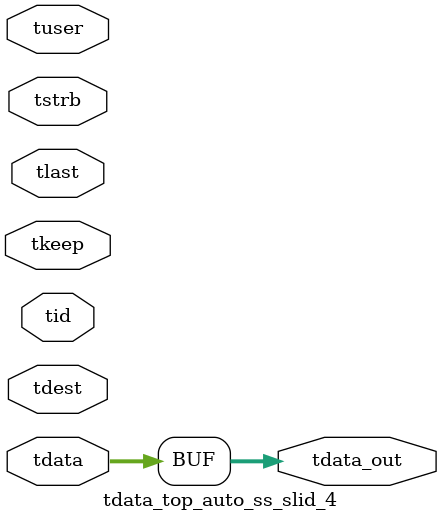
<source format=v>


`timescale 1ps/1ps

module tdata_top_auto_ss_slid_4 #
(
parameter C_S_AXIS_TDATA_WIDTH = 32,
parameter C_S_AXIS_TUSER_WIDTH = 0,
parameter C_S_AXIS_TID_WIDTH   = 0,
parameter C_S_AXIS_TDEST_WIDTH = 0,
parameter C_M_AXIS_TDATA_WIDTH = 32
)
(
input  [(C_S_AXIS_TDATA_WIDTH == 0 ? 1 : C_S_AXIS_TDATA_WIDTH)-1:0     ] tdata,
input  [(C_S_AXIS_TUSER_WIDTH == 0 ? 1 : C_S_AXIS_TUSER_WIDTH)-1:0     ] tuser,
input  [(C_S_AXIS_TID_WIDTH   == 0 ? 1 : C_S_AXIS_TID_WIDTH)-1:0       ] tid,
input  [(C_S_AXIS_TDEST_WIDTH == 0 ? 1 : C_S_AXIS_TDEST_WIDTH)-1:0     ] tdest,
input  [(C_S_AXIS_TDATA_WIDTH/8)-1:0 ] tkeep,
input  [(C_S_AXIS_TDATA_WIDTH/8)-1:0 ] tstrb,
input                                                                    tlast,
output [C_M_AXIS_TDATA_WIDTH-1:0] tdata_out
);

assign tdata_out = {tdata[31:0]};

endmodule


</source>
